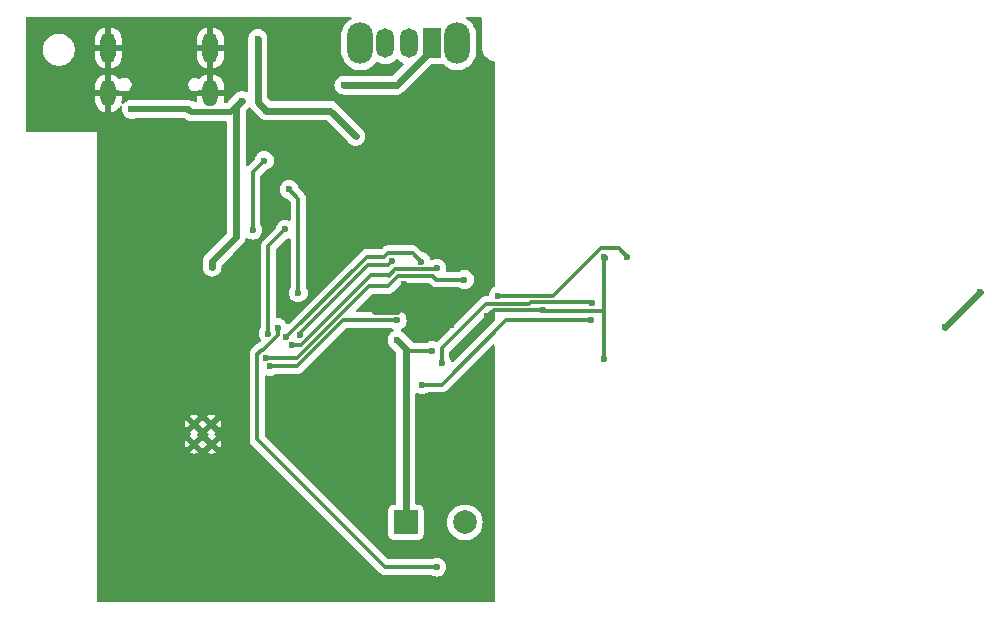
<source format=gbr>
%TF.GenerationSoftware,KiCad,Pcbnew,8.0.5*%
%TF.CreationDate,2024-11-26T11:55:41+00:00*%
%TF.ProjectId,NFC_ESP32,4e46435f-4553-4503-9332-2e6b69636164,rev?*%
%TF.SameCoordinates,Original*%
%TF.FileFunction,Copper,L2,Bot*%
%TF.FilePolarity,Positive*%
%FSLAX46Y46*%
G04 Gerber Fmt 4.6, Leading zero omitted, Abs format (unit mm)*
G04 Created by KiCad (PCBNEW 8.0.5) date 2024-11-26 11:55:41*
%MOMM*%
%LPD*%
G01*
G04 APERTURE LIST*
%TA.AperFunction,EtchedComponent*%
%ADD10C,0.600000*%
%TD*%
%TA.AperFunction,ComponentPad*%
%ADD11C,0.600000*%
%TD*%
%TA.AperFunction,ComponentPad*%
%ADD12O,1.300000X2.300000*%
%TD*%
%TA.AperFunction,ComponentPad*%
%ADD13O,1.300000X2.600000*%
%TD*%
%TA.AperFunction,HeatsinkPad*%
%ADD14C,0.600000*%
%TD*%
%TA.AperFunction,ComponentPad*%
%ADD15R,2.000000X2.000000*%
%TD*%
%TA.AperFunction,ComponentPad*%
%ADD16C,2.000000*%
%TD*%
%TA.AperFunction,ComponentPad*%
%ADD17O,2.200000X3.500000*%
%TD*%
%TA.AperFunction,ComponentPad*%
%ADD18R,1.500000X2.500000*%
%TD*%
%TA.AperFunction,ComponentPad*%
%ADD19O,1.500000X2.500000*%
%TD*%
%TA.AperFunction,HeatsinkPad*%
%ADD20C,0.500000*%
%TD*%
%TA.AperFunction,HeatsinkPad*%
%ADD21R,3.100000X3.100000*%
%TD*%
%TA.AperFunction,ViaPad*%
%ADD22C,0.600000*%
%TD*%
%TA.AperFunction,Conductor*%
%ADD23C,0.600000*%
%TD*%
%TA.AperFunction,Conductor*%
%ADD24C,0.500000*%
%TD*%
%TA.AperFunction,Conductor*%
%ADD25C,0.300000*%
%TD*%
G04 APERTURE END LIST*
D10*
%TO.C,ANT1*%
X178000000Y-56500000D02*
X181000000Y-53500000D01*
%TD*%
D11*
%TO.P,ANT1,1,L1*%
%TO.N,Net-(ANT1-L1)*%
X181000000Y-53500000D03*
X178000000Y-56500000D03*
%TO.P,ANT1,3,M*%
%TO.N,GND*%
X144000000Y-55000000D03*
%TD*%
D12*
%TO.P,J1,S1,SHIELD*%
%TO.N,GND*%
X115820000Y-36675000D03*
D13*
X115820000Y-32850000D03*
D12*
X107180000Y-36675000D03*
D13*
X107180000Y-32850000D03*
%TD*%
D14*
%TO.P,U1,39,GND*%
%TO.N,GND*%
X114450000Y-66400000D03*
X115930000Y-66400000D03*
X114450000Y-64700000D03*
X115920000Y-64700000D03*
%TD*%
D15*
%TO.P,LS1,1,1*%
%TO.N,+3.3V*%
X132379216Y-73010000D03*
D16*
%TO.P,LS1,2,2*%
%TO.N,Net-(Q5-C)*%
X137379216Y-73010000D03*
%TD*%
D17*
%TO.P,SW1,*%
%TO.N,*%
X136730000Y-32470000D03*
X128530000Y-32470000D03*
D18*
%TO.P,SW1,1,A*%
%TO.N,Net-(D2-K)*%
X134630000Y-32470000D03*
D19*
%TO.P,SW1,2,B*%
%TO.N,Net-(D3-A)*%
X132630000Y-32470000D03*
%TO.P,SW1,3*%
%TO.N,N/C*%
X130630000Y-32470000D03*
%TD*%
D20*
%TO.P,U5,33,PAD*%
%TO.N,GND*%
X134200000Y-54370000D03*
X134200000Y-55770000D03*
D21*
X134900000Y-55070000D03*
D20*
X135600000Y-54370000D03*
X135600000Y-55770000D03*
%TD*%
D22*
%TO.N,Net-(D2-K)*%
X127140000Y-35990000D03*
%TO.N,+5V*%
X109150000Y-38040000D03*
X114050000Y-38100000D03*
X115970000Y-51400000D03*
X118500000Y-37310000D03*
X118010000Y-48880000D03*
%TO.N,Net-(Q1-G)*%
X119415000Y-48280000D03*
X120400000Y-42380000D03*
%TO.N,Net-(Q1-D)*%
X123270000Y-53580000D03*
X122500000Y-44830000D03*
%TO.N,Net-(Q2-D)*%
X122177500Y-48217500D03*
X120740025Y-57030025D03*
%TO.N,Net-(J2-Pin_1)*%
X120580000Y-38150000D03*
X128150000Y-40330000D03*
X119850000Y-32050000D03*
%TO.N,GND*%
X128460000Y-68160000D03*
X127520000Y-71740000D03*
X114070000Y-58380000D03*
X114280000Y-69640000D03*
X125560000Y-51140000D03*
X107580000Y-57750000D03*
X125760000Y-41900000D03*
X123300000Y-78310000D03*
X117930000Y-60960000D03*
X107580000Y-70880000D03*
X106800000Y-38540000D03*
X115960000Y-53080000D03*
X130700000Y-39320000D03*
X130660000Y-41900000D03*
X149149972Y-50539978D03*
X133800000Y-65040000D03*
X131636514Y-55094819D03*
X128470000Y-59150000D03*
X139486495Y-62042756D03*
X139040000Y-35560000D03*
X136700000Y-46820000D03*
X132210000Y-52820000D03*
X111460000Y-35000000D03*
X103120000Y-38310000D03*
X137790000Y-45200000D03*
X138650000Y-66620000D03*
X134791250Y-62958668D03*
X129745371Y-55130143D03*
X122030000Y-34430000D03*
X129510000Y-47900000D03*
X139288286Y-55573796D03*
X149120000Y-59170000D03*
X110530000Y-76910000D03*
X123780000Y-64580000D03*
%TO.N,+3.3V*%
X134568277Y-58477785D03*
X131630000Y-57570000D03*
%TO.N,Net-(ANT1-L1)*%
X151112500Y-50530000D03*
X140208298Y-53840000D03*
%TO.N,Net-(C11-Pad1)*%
X135420000Y-59512985D03*
X148139571Y-54462080D03*
%TO.N,Net-(C12-Pad2)*%
X133746263Y-61356263D03*
X148070000Y-55910000D03*
%TO.N,Net-(D4-DIN)*%
X134990000Y-76810000D03*
X121550000Y-56530000D03*
%TO.N,/RST*%
X131641005Y-55914364D03*
X120868281Y-59810000D03*
%TO.N,/MISO*%
X131182558Y-50904651D03*
X123400000Y-57150000D03*
%TO.N,/CS*%
X120501058Y-59083416D03*
X137337500Y-52455000D03*
%TO.N,/MOSI*%
X122221169Y-57359904D03*
X133682500Y-50940000D03*
%TO.N,/SCK*%
X122748127Y-58026852D03*
X135000000Y-51490000D03*
%TD*%
D23*
%TO.N,Net-(D2-K)*%
X127140000Y-35990000D02*
X131610000Y-35990000D01*
X134630000Y-32970000D02*
X134630000Y-32470000D01*
X131610000Y-35990000D02*
X134630000Y-32970000D01*
D24*
%TO.N,+5V*%
X114225000Y-38275000D02*
X117535000Y-38275000D01*
X113990000Y-38040000D02*
X114050000Y-38100000D01*
X109150000Y-38040000D02*
X113990000Y-38040000D01*
X117535000Y-38275000D02*
X118500000Y-37310000D01*
D23*
X118010000Y-37800000D02*
X118500000Y-37310000D01*
D24*
X114050000Y-38100000D02*
X114225000Y-38275000D01*
D23*
X115970000Y-51400000D02*
X115970000Y-50920000D01*
X115970000Y-50920000D02*
X118010000Y-48880000D01*
X118010000Y-48880000D02*
X118010000Y-37800000D01*
D25*
%TO.N,Net-(Q1-G)*%
X119415000Y-48280000D02*
X119415000Y-43365000D01*
X119415000Y-43365000D02*
X120400000Y-42380000D01*
%TO.N,Net-(Q1-D)*%
X123270000Y-45600000D02*
X122500000Y-44830000D01*
X123270000Y-53580000D02*
X123270000Y-45600000D01*
%TO.N,Net-(Q2-D)*%
X120740025Y-49654975D02*
X120740025Y-57030025D01*
X122177500Y-48217500D02*
X120740025Y-49654975D01*
D23*
%TO.N,Net-(J2-Pin_1)*%
X125970000Y-38150000D02*
X128150000Y-40330000D01*
X120580000Y-38150000D02*
X125970000Y-38150000D01*
X119850000Y-37420000D02*
X120580000Y-38150000D01*
X119850000Y-32050000D02*
X119850000Y-37420000D01*
D25*
X128130000Y-40350000D02*
X128150000Y-40330000D01*
D23*
%TO.N,GND*%
X129782030Y-55094819D02*
X129749394Y-55127455D01*
D25*
X144000000Y-55000000D02*
X144114842Y-55114842D01*
X139812082Y-55050000D02*
X139288286Y-55573796D01*
X144000000Y-55000000D02*
X143950000Y-55050000D01*
D23*
X131636514Y-55094819D02*
X129782030Y-55094819D01*
D25*
X144114842Y-55114842D02*
X149005158Y-55114842D01*
D23*
X149120000Y-50569950D02*
X149149972Y-50539978D01*
D25*
X143950000Y-55050000D02*
X139812082Y-55050000D01*
X149120000Y-55000000D02*
X149120000Y-59170000D01*
X149120000Y-55000000D02*
X149120000Y-50630006D01*
D23*
X149120000Y-50630006D02*
X149120000Y-50569950D01*
D25*
X149005158Y-55114842D02*
X149120000Y-55000000D01*
%TO.N,+3.3V*%
X132537785Y-58477785D02*
X131630000Y-57570000D01*
D23*
X132379216Y-58319216D02*
X131630000Y-57570000D01*
D25*
X134568277Y-58477785D02*
X132537785Y-58477785D01*
D23*
X132379216Y-73010000D02*
X132379216Y-58319216D01*
D25*
%TO.N,Net-(ANT1-L1)*%
X148890000Y-49810000D02*
X144860000Y-53840000D01*
X144860000Y-53840000D02*
X140208298Y-53840000D01*
X150392500Y-49810000D02*
X148890000Y-49810000D01*
X151112500Y-50530000D02*
X150392500Y-49810000D01*
%TO.N,Net-(C11-Pad1)*%
X142949950Y-54340000D02*
X142779950Y-54510000D01*
X139150000Y-54510000D02*
X135420000Y-58240000D01*
X148139571Y-54462080D02*
X148017491Y-54340000D01*
X142779950Y-54510000D02*
X139150000Y-54510000D01*
X148017491Y-54340000D02*
X142949950Y-54340000D01*
X135420000Y-58240000D02*
X135420000Y-59512985D01*
%TO.N,Net-(C12-Pad2)*%
X135403737Y-61356263D02*
X133746263Y-61356263D01*
X148070000Y-55910000D02*
X140850000Y-55910000D01*
X140850000Y-55910000D02*
X135403737Y-61356263D01*
%TO.N,Net-(D4-DIN)*%
X120211108Y-58383416D02*
X120306584Y-58383416D01*
X134990000Y-76810000D02*
X130640000Y-76810000D01*
X130640000Y-76810000D02*
X119801058Y-65971058D01*
X119801058Y-65971058D02*
X119801058Y-58793466D01*
X121550000Y-57140000D02*
X121550000Y-56530000D01*
X120306584Y-58383416D02*
X121550000Y-57140000D01*
X119801058Y-58793466D02*
X120211108Y-58383416D01*
%TO.N,/RST*%
X123160000Y-59810000D02*
X120868281Y-59810000D01*
X127085636Y-55884364D02*
X123160000Y-59810000D01*
X131611005Y-55884364D02*
X131641005Y-55914364D01*
X127085636Y-55884364D02*
X131611005Y-55884364D01*
%TO.N,/MISO*%
X123400000Y-56970000D02*
X129170000Y-51200000D01*
X130887209Y-51200000D02*
X131182558Y-50904651D01*
X123400000Y-57150000D02*
X123400000Y-56970000D01*
X129170000Y-51200000D02*
X130887209Y-51200000D01*
%TO.N,/CS*%
X137337500Y-52455000D02*
X134975050Y-52455000D01*
X129247106Y-53000000D02*
X123163690Y-59083416D01*
X131750000Y-52130000D02*
X130850000Y-53030000D01*
X130820000Y-53000000D02*
X130850000Y-53030000D01*
X134975050Y-52455000D02*
X134650050Y-52130000D01*
X123163690Y-59083416D02*
X120501058Y-59083416D01*
X129247106Y-53000000D02*
X130820000Y-53000000D01*
X134650050Y-52130000D02*
X131750000Y-52130000D01*
%TO.N,/MOSI*%
X130517259Y-50520000D02*
X130547259Y-50550000D01*
X130892608Y-50204651D02*
X132947151Y-50204651D01*
X129061073Y-50520000D02*
X130517259Y-50520000D01*
X132947151Y-50204651D02*
X133682500Y-50940000D01*
X122221169Y-57359904D02*
X129061073Y-50520000D01*
X130547259Y-50550000D02*
X130892608Y-50204651D01*
%TO.N,/SCK*%
X134900000Y-51590000D02*
X135000000Y-51490000D01*
X130920100Y-52130000D02*
X131460100Y-51590000D01*
X131460100Y-51590000D02*
X134900000Y-51590000D01*
X123513148Y-58026852D02*
X129440000Y-52100000D01*
X122748127Y-58026852D02*
X123513148Y-58026852D01*
X129440000Y-52100000D02*
X130890100Y-52100000D01*
X130890100Y-52100000D02*
X130920100Y-52130000D01*
%TD*%
%TA.AperFunction,Conductor*%
%TO.N,GND*%
G36*
X127733586Y-30220185D02*
G01*
X127779341Y-30272989D01*
X127789285Y-30342147D01*
X127760260Y-30405703D01*
X127722841Y-30434985D01*
X127691153Y-30451130D01*
X127487350Y-30599201D01*
X127487345Y-30599205D01*
X127309205Y-30777345D01*
X127309201Y-30777350D01*
X127161132Y-30981151D01*
X127046760Y-31205616D01*
X126968910Y-31445214D01*
X126929500Y-31694038D01*
X126929500Y-33245961D01*
X126968910Y-33494785D01*
X127046760Y-33734383D01*
X127125413Y-33888747D01*
X127152265Y-33941447D01*
X127161132Y-33958848D01*
X127309201Y-34162649D01*
X127309205Y-34162654D01*
X127487345Y-34340794D01*
X127487350Y-34340798D01*
X127665117Y-34469952D01*
X127691155Y-34488870D01*
X127834184Y-34561747D01*
X127915616Y-34603239D01*
X127915618Y-34603239D01*
X127915621Y-34603241D01*
X128155215Y-34681090D01*
X128404038Y-34720500D01*
X128404039Y-34720500D01*
X128655961Y-34720500D01*
X128655962Y-34720500D01*
X128904785Y-34681090D01*
X129144379Y-34603241D01*
X129368845Y-34488870D01*
X129572656Y-34340793D01*
X129750793Y-34162656D01*
X129756321Y-34155048D01*
X129785259Y-34115217D01*
X129814298Y-34075247D01*
X129869628Y-34032581D01*
X129939241Y-34026602D01*
X129970912Y-34037647D01*
X129974593Y-34039522D01*
X129974595Y-34039524D01*
X130044708Y-34075248D01*
X130149970Y-34128882D01*
X130149972Y-34128882D01*
X130149975Y-34128884D01*
X130230499Y-34155048D01*
X130337173Y-34189709D01*
X130531578Y-34220500D01*
X130531583Y-34220500D01*
X130728422Y-34220500D01*
X130922826Y-34189709D01*
X131004436Y-34163192D01*
X131110025Y-34128884D01*
X131285405Y-34039524D01*
X131444646Y-33923828D01*
X131542319Y-33826155D01*
X131603642Y-33792670D01*
X131673334Y-33797654D01*
X131717681Y-33826155D01*
X131815354Y-33923828D01*
X131974595Y-34039524D01*
X132044708Y-34075248D01*
X132123151Y-34115217D01*
X132173947Y-34163192D01*
X132190742Y-34231013D01*
X132168205Y-34297147D01*
X132154537Y-34313383D01*
X131314741Y-35153181D01*
X131253418Y-35186666D01*
X131227060Y-35189500D01*
X127191915Y-35189500D01*
X127178031Y-35188720D01*
X127140002Y-35184435D01*
X127139998Y-35184435D01*
X127101969Y-35188720D01*
X127088085Y-35189500D01*
X127061152Y-35189500D01*
X127021994Y-35197288D01*
X127011696Y-35198890D01*
X126960742Y-35204632D01*
X126960735Y-35204634D01*
X126936898Y-35212975D01*
X126920140Y-35217550D01*
X126906502Y-35220263D01*
X126906496Y-35220264D01*
X126857631Y-35240504D01*
X126851140Y-35242982D01*
X126790477Y-35264210D01*
X126790474Y-35264212D01*
X126780127Y-35270713D01*
X126761639Y-35280266D01*
X126760832Y-35280600D01*
X126760824Y-35280604D01*
X126706047Y-35317204D01*
X126703132Y-35319092D01*
X126637742Y-35360180D01*
X126637735Y-35360186D01*
X126510186Y-35487735D01*
X126510180Y-35487742D01*
X126469092Y-35553132D01*
X126467204Y-35556047D01*
X126430604Y-35610824D01*
X126430600Y-35610832D01*
X126430266Y-35611639D01*
X126420713Y-35630127D01*
X126414212Y-35640474D01*
X126414210Y-35640477D01*
X126392982Y-35701140D01*
X126390504Y-35707631D01*
X126370264Y-35756496D01*
X126370263Y-35756502D01*
X126367550Y-35770140D01*
X126362975Y-35786898D01*
X126354634Y-35810735D01*
X126354632Y-35810742D01*
X126348890Y-35861696D01*
X126347288Y-35871994D01*
X126339500Y-35911152D01*
X126339500Y-35938085D01*
X126338720Y-35951969D01*
X126334435Y-35989998D01*
X126334435Y-35990001D01*
X126338720Y-36028029D01*
X126339500Y-36041914D01*
X126339500Y-36068844D01*
X126347288Y-36108003D01*
X126348890Y-36118303D01*
X126353869Y-36162488D01*
X126354632Y-36169252D01*
X126354633Y-36169260D01*
X126362976Y-36193104D01*
X126367550Y-36209860D01*
X126370262Y-36223496D01*
X126390509Y-36272377D01*
X126392988Y-36278872D01*
X126414212Y-36339524D01*
X126420709Y-36349865D01*
X126430268Y-36368365D01*
X126430603Y-36369173D01*
X126430605Y-36369179D01*
X126467223Y-36423982D01*
X126469114Y-36426900D01*
X126510180Y-36492257D01*
X126510182Y-36492260D01*
X126510184Y-36492262D01*
X126637738Y-36619816D01*
X126668416Y-36639092D01*
X126703131Y-36660905D01*
X126706040Y-36662790D01*
X126760821Y-36699394D01*
X126761606Y-36699719D01*
X126780134Y-36709289D01*
X126790478Y-36715789D01*
X126851175Y-36737028D01*
X126857607Y-36739484D01*
X126886021Y-36751253D01*
X126906497Y-36759735D01*
X126906498Y-36759735D01*
X126906503Y-36759737D01*
X126920139Y-36762449D01*
X126936898Y-36767023D01*
X126960745Y-36775368D01*
X127011714Y-36781110D01*
X127021992Y-36782709D01*
X127049140Y-36788109D01*
X127061157Y-36790500D01*
X127061158Y-36790500D01*
X127088085Y-36790500D01*
X127101969Y-36791280D01*
X127139998Y-36795565D01*
X127140000Y-36795565D01*
X127140002Y-36795565D01*
X127178031Y-36791280D01*
X127191915Y-36790500D01*
X131688844Y-36790500D01*
X131688845Y-36790499D01*
X131843497Y-36759737D01*
X131989179Y-36699394D01*
X132120289Y-36611789D01*
X134475259Y-34256817D01*
X134536582Y-34223333D01*
X134562940Y-34220499D01*
X135427871Y-34220499D01*
X135427872Y-34220499D01*
X135487483Y-34214091D01*
X135487486Y-34214089D01*
X135494554Y-34213330D01*
X135563314Y-34225736D01*
X135595490Y-34248939D01*
X135687345Y-34340794D01*
X135687350Y-34340798D01*
X135865117Y-34469952D01*
X135891155Y-34488870D01*
X136034184Y-34561747D01*
X136115616Y-34603239D01*
X136115618Y-34603239D01*
X136115621Y-34603241D01*
X136355215Y-34681090D01*
X136604038Y-34720500D01*
X136604039Y-34720500D01*
X136855961Y-34720500D01*
X136855962Y-34720500D01*
X137104785Y-34681090D01*
X137344379Y-34603241D01*
X137568845Y-34488870D01*
X137772656Y-34340793D01*
X137950793Y-34162656D01*
X138098870Y-33958845D01*
X138213241Y-33734379D01*
X138291090Y-33494785D01*
X138330500Y-33245962D01*
X138330500Y-31694038D01*
X138291090Y-31445215D01*
X138213241Y-31205621D01*
X138213239Y-31205618D01*
X138213239Y-31205616D01*
X138146819Y-31075260D01*
X138098870Y-30981155D01*
X138050986Y-30915248D01*
X137950798Y-30777350D01*
X137950794Y-30777345D01*
X137772654Y-30599205D01*
X137772649Y-30599201D01*
X137568846Y-30451130D01*
X137537159Y-30434985D01*
X137486362Y-30387011D01*
X137469567Y-30319190D01*
X137492104Y-30253055D01*
X137546819Y-30209603D01*
X137593453Y-30200500D01*
X138675500Y-30200500D01*
X138742539Y-30220185D01*
X138788294Y-30272989D01*
X138799500Y-30324500D01*
X138799500Y-32855032D01*
X138835975Y-33061898D01*
X138893496Y-33219934D01*
X138907821Y-33259291D01*
X139012851Y-33441209D01*
X139147876Y-33602124D01*
X139308791Y-33737149D01*
X139490709Y-33842179D01*
X139688101Y-33914024D01*
X139807532Y-33935082D01*
X139870134Y-33966108D01*
X139906025Y-34026055D01*
X139910000Y-34057198D01*
X139910000Y-53013492D01*
X139890315Y-53080531D01*
X139851972Y-53118486D01*
X139706035Y-53210184D01*
X139578482Y-53337737D01*
X139482509Y-53490476D01*
X139422929Y-53660745D01*
X139422928Y-53660749D01*
X139412942Y-53749384D01*
X139385875Y-53813798D01*
X139328280Y-53853353D01*
X139289722Y-53859500D01*
X139085929Y-53859500D01*
X138960261Y-53884497D01*
X138960255Y-53884499D01*
X138913010Y-53904069D01*
X138913009Y-53904069D01*
X138841881Y-53933530D01*
X138841863Y-53933540D01*
X138735332Y-54004721D01*
X138735325Y-54004727D01*
X136445205Y-56294847D01*
X136383882Y-56328332D01*
X136314190Y-56323348D01*
X136258257Y-56281476D01*
X136233840Y-56216012D01*
X136248692Y-56147739D01*
X136252531Y-56141193D01*
X136280003Y-56097472D01*
X136335822Y-55937949D01*
X136335824Y-55937941D01*
X136354746Y-55770003D01*
X136354746Y-55769996D01*
X136335824Y-55602056D01*
X136280266Y-55443285D01*
X135600000Y-56123553D01*
X135273285Y-56450266D01*
X135432056Y-56505824D01*
X135599996Y-56524746D01*
X135600004Y-56524746D01*
X135767941Y-56505824D01*
X135767949Y-56505822D01*
X135927472Y-56450003D01*
X135971193Y-56422531D01*
X136038429Y-56403530D01*
X136105265Y-56423897D01*
X136150479Y-56477164D01*
X136159718Y-56546420D01*
X136130047Y-56609677D01*
X136124847Y-56615205D01*
X135024939Y-57715113D01*
X134963616Y-57748598D01*
X134896304Y-57744474D01*
X134747534Y-57692417D01*
X134747526Y-57692415D01*
X134568281Y-57672220D01*
X134568273Y-57672220D01*
X134389027Y-57692415D01*
X134389014Y-57692418D01*
X134218758Y-57751994D01*
X134218754Y-57751995D01*
X134129181Y-57808279D01*
X134063209Y-57827285D01*
X133070725Y-57827285D01*
X133003686Y-57807600D01*
X132983044Y-57790966D01*
X132132260Y-56940182D01*
X132132257Y-56940180D01*
X132066900Y-56899114D01*
X132063982Y-56897223D01*
X132009179Y-56860605D01*
X132009173Y-56860603D01*
X132008365Y-56860268D01*
X131989953Y-56850765D01*
X131989835Y-56850691D01*
X131943498Y-56798397D01*
X131932789Y-56729353D01*
X131961108Y-56665479D01*
X131989743Y-56640645D01*
X131990524Y-56640153D01*
X131990527Y-56640153D01*
X132143267Y-56544180D01*
X132237181Y-56450266D01*
X133873285Y-56450266D01*
X134032056Y-56505824D01*
X134199996Y-56524746D01*
X134200004Y-56524746D01*
X134367943Y-56505824D01*
X134526713Y-56450267D01*
X134526714Y-56450266D01*
X134200001Y-56123553D01*
X134200000Y-56123553D01*
X133873285Y-56450266D01*
X132237181Y-56450266D01*
X132270821Y-56416626D01*
X132366794Y-56263886D01*
X132426373Y-56093619D01*
X132443913Y-55937949D01*
X132446570Y-55914367D01*
X132446570Y-55914360D01*
X132430304Y-55769996D01*
X133445254Y-55769996D01*
X133445254Y-55770003D01*
X133464175Y-55937938D01*
X133464176Y-55937943D01*
X133519732Y-56096714D01*
X133846447Y-55770000D01*
X133816610Y-55740163D01*
X134050000Y-55740163D01*
X134050000Y-55799837D01*
X134072836Y-55854968D01*
X134115032Y-55897164D01*
X134170163Y-55920000D01*
X134229837Y-55920000D01*
X134284968Y-55897164D01*
X134327164Y-55854968D01*
X134350000Y-55799837D01*
X134350000Y-55769999D01*
X134553553Y-55769999D01*
X134553553Y-55770001D01*
X134882060Y-56098508D01*
X134917938Y-56098508D01*
X135246447Y-55770000D01*
X135246447Y-55769999D01*
X135216611Y-55740163D01*
X135450000Y-55740163D01*
X135450000Y-55799837D01*
X135472836Y-55854968D01*
X135515032Y-55897164D01*
X135570163Y-55920000D01*
X135629837Y-55920000D01*
X135684968Y-55897164D01*
X135727164Y-55854968D01*
X135750000Y-55799837D01*
X135750000Y-55740163D01*
X135727164Y-55685032D01*
X135684968Y-55642836D01*
X135629837Y-55620000D01*
X135570163Y-55620000D01*
X135515032Y-55642836D01*
X135472836Y-55685032D01*
X135450000Y-55740163D01*
X135216611Y-55740163D01*
X134917938Y-55441490D01*
X134882060Y-55441490D01*
X134553553Y-55769999D01*
X134350000Y-55769999D01*
X134350000Y-55740163D01*
X134327164Y-55685032D01*
X134284968Y-55642836D01*
X134229837Y-55620000D01*
X134170163Y-55620000D01*
X134115032Y-55642836D01*
X134072836Y-55685032D01*
X134050000Y-55740163D01*
X133816610Y-55740163D01*
X133519732Y-55443285D01*
X133464176Y-55602053D01*
X133464175Y-55602058D01*
X133445254Y-55769996D01*
X132430304Y-55769996D01*
X132426374Y-55735114D01*
X132426373Y-55735109D01*
X132394085Y-55642836D01*
X132366794Y-55564842D01*
X132270821Y-55412102D01*
X132143267Y-55284548D01*
X132062604Y-55233864D01*
X131990528Y-55188575D01*
X131820259Y-55128995D01*
X131820254Y-55128994D01*
X131641009Y-55108799D01*
X131641001Y-55108799D01*
X131461755Y-55128994D01*
X131461750Y-55128995D01*
X131291480Y-55188575D01*
X131249655Y-55214857D01*
X131183682Y-55233864D01*
X128232550Y-55233864D01*
X128165511Y-55214179D01*
X128119756Y-55161375D01*
X128109812Y-55092217D01*
X128128151Y-55052060D01*
X133871490Y-55052060D01*
X133871490Y-55087938D01*
X134200000Y-55416447D01*
X134200001Y-55416447D01*
X134528508Y-55087938D01*
X134528508Y-55052060D01*
X135271490Y-55052060D01*
X135271490Y-55087938D01*
X135600000Y-55416447D01*
X135600001Y-55416447D01*
X135928508Y-55087938D01*
X135928508Y-55052060D01*
X135600001Y-54723553D01*
X135600000Y-54723553D01*
X135271490Y-55052060D01*
X134528508Y-55052060D01*
X134200001Y-54723553D01*
X134200000Y-54723553D01*
X133871490Y-55052060D01*
X128128151Y-55052060D01*
X128138837Y-55028661D01*
X128144869Y-55022183D01*
X128797056Y-54369996D01*
X133445254Y-54369996D01*
X133445254Y-54370003D01*
X133464175Y-54537938D01*
X133464176Y-54537943D01*
X133519732Y-54696714D01*
X133846447Y-54370000D01*
X133816610Y-54340163D01*
X134050000Y-54340163D01*
X134050000Y-54399837D01*
X134072836Y-54454968D01*
X134115032Y-54497164D01*
X134170163Y-54520000D01*
X134229837Y-54520000D01*
X134284968Y-54497164D01*
X134327164Y-54454968D01*
X134350000Y-54399837D01*
X134350000Y-54369999D01*
X134553553Y-54369999D01*
X134553553Y-54370001D01*
X134882060Y-54698508D01*
X134917938Y-54698508D01*
X135246447Y-54370000D01*
X135246447Y-54369999D01*
X135216611Y-54340163D01*
X135450000Y-54340163D01*
X135450000Y-54399837D01*
X135472836Y-54454968D01*
X135515032Y-54497164D01*
X135570163Y-54520000D01*
X135629837Y-54520000D01*
X135684968Y-54497164D01*
X135727164Y-54454968D01*
X135750000Y-54399837D01*
X135750000Y-54369999D01*
X135953553Y-54369999D01*
X135953553Y-54370001D01*
X136280266Y-54696714D01*
X136280267Y-54696713D01*
X136335824Y-54537943D01*
X136354746Y-54370003D01*
X136354746Y-54369996D01*
X136335824Y-54202056D01*
X136280266Y-54043285D01*
X135953553Y-54369999D01*
X135750000Y-54369999D01*
X135750000Y-54340163D01*
X135727164Y-54285032D01*
X135684968Y-54242836D01*
X135629837Y-54220000D01*
X135570163Y-54220000D01*
X135515032Y-54242836D01*
X135472836Y-54285032D01*
X135450000Y-54340163D01*
X135216611Y-54340163D01*
X134917938Y-54041490D01*
X134882060Y-54041490D01*
X134553553Y-54369999D01*
X134350000Y-54369999D01*
X134350000Y-54340163D01*
X134327164Y-54285032D01*
X134284968Y-54242836D01*
X134229837Y-54220000D01*
X134170163Y-54220000D01*
X134115032Y-54242836D01*
X134072836Y-54285032D01*
X134050000Y-54340163D01*
X133816610Y-54340163D01*
X133519732Y-54043285D01*
X133464176Y-54202053D01*
X133464175Y-54202058D01*
X133445254Y-54369996D01*
X128797056Y-54369996D01*
X129477320Y-53689732D01*
X133873285Y-53689732D01*
X134200000Y-54016447D01*
X134200001Y-54016447D01*
X134526714Y-53689732D01*
X135273285Y-53689732D01*
X135600000Y-54016447D01*
X135600001Y-54016447D01*
X135926714Y-53689732D01*
X135767943Y-53634176D01*
X135767938Y-53634175D01*
X135600004Y-53615254D01*
X135599996Y-53615254D01*
X135432058Y-53634175D01*
X135432053Y-53634176D01*
X135273285Y-53689732D01*
X134526714Y-53689732D01*
X134367943Y-53634176D01*
X134367938Y-53634175D01*
X134200004Y-53615254D01*
X134199996Y-53615254D01*
X134032058Y-53634175D01*
X134032053Y-53634176D01*
X133873285Y-53689732D01*
X129477320Y-53689732D01*
X129480233Y-53686819D01*
X129541556Y-53653334D01*
X129567914Y-53650500D01*
X130625376Y-53650500D01*
X130654189Y-53654774D01*
X130654281Y-53654313D01*
X130785926Y-53680498D01*
X130785930Y-53680499D01*
X130785931Y-53680499D01*
X130914070Y-53680499D01*
X130914071Y-53680498D01*
X131039744Y-53655501D01*
X131158127Y-53606465D01*
X131264669Y-53535277D01*
X131983126Y-52816818D01*
X132044449Y-52783334D01*
X132070807Y-52780500D01*
X134329242Y-52780500D01*
X134396281Y-52800185D01*
X134416918Y-52816814D01*
X134557366Y-52957262D01*
X134560379Y-52960275D01*
X134611277Y-52994284D01*
X134666916Y-53031461D01*
X134666922Y-53031464D01*
X134666923Y-53031465D01*
X134785306Y-53080501D01*
X134785310Y-53080501D01*
X134785311Y-53080502D01*
X134910978Y-53105500D01*
X134910981Y-53105500D01*
X136832432Y-53105500D01*
X136898404Y-53124506D01*
X136987977Y-53180789D01*
X136987981Y-53180790D01*
X137158237Y-53240366D01*
X137158243Y-53240367D01*
X137158245Y-53240368D01*
X137158246Y-53240368D01*
X137158250Y-53240369D01*
X137337496Y-53260565D01*
X137337500Y-53260565D01*
X137337504Y-53260565D01*
X137516749Y-53240369D01*
X137516752Y-53240368D01*
X137516755Y-53240368D01*
X137687022Y-53180789D01*
X137839762Y-53084816D01*
X137967316Y-52957262D01*
X138063289Y-52804522D01*
X138122868Y-52634255D01*
X138143065Y-52455000D01*
X138122868Y-52275745D01*
X138063289Y-52105478D01*
X138041551Y-52070883D01*
X137967315Y-51952737D01*
X137839762Y-51825184D01*
X137687023Y-51729211D01*
X137516754Y-51669631D01*
X137516749Y-51669630D01*
X137337504Y-51649435D01*
X137337496Y-51649435D01*
X137158250Y-51669630D01*
X137158237Y-51669633D01*
X136987981Y-51729209D01*
X136987977Y-51729210D01*
X136898404Y-51785494D01*
X136832432Y-51804500D01*
X135908886Y-51804500D01*
X135841847Y-51784815D01*
X135796092Y-51732011D01*
X135785666Y-51666617D01*
X135805565Y-51490003D01*
X135805565Y-51489996D01*
X135785369Y-51310750D01*
X135785368Y-51310745D01*
X135782637Y-51302940D01*
X135725789Y-51140478D01*
X135629816Y-50987738D01*
X135502262Y-50860184D01*
X135494252Y-50855151D01*
X135349523Y-50764211D01*
X135179254Y-50704631D01*
X135179249Y-50704630D01*
X135000004Y-50684435D01*
X134999996Y-50684435D01*
X134820750Y-50704630D01*
X134820745Y-50704631D01*
X134650473Y-50764212D01*
X134633430Y-50774921D01*
X134566193Y-50793920D01*
X134499358Y-50773551D01*
X134454146Y-50720282D01*
X134450419Y-50710880D01*
X134448232Y-50704631D01*
X134408289Y-50590478D01*
X134312316Y-50437738D01*
X134184762Y-50310184D01*
X134165707Y-50298211D01*
X134032021Y-50214210D01*
X133861755Y-50154632D01*
X133861746Y-50154630D01*
X133854512Y-50153815D01*
X133790100Y-50126744D01*
X133780723Y-50118277D01*
X133361825Y-49699378D01*
X133361824Y-49699377D01*
X133361820Y-49699374D01*
X133255278Y-49628186D01*
X133165276Y-49590906D01*
X133136895Y-49579150D01*
X133136889Y-49579148D01*
X133011222Y-49554151D01*
X133011220Y-49554151D01*
X130828539Y-49554151D01*
X130828537Y-49554151D01*
X130702869Y-49579148D01*
X130702863Y-49579150D01*
X130584478Y-49628186D01*
X130477939Y-49699373D01*
X130477938Y-49699374D01*
X130411035Y-49766277D01*
X130344130Y-49833182D01*
X130282810Y-49866666D01*
X130256451Y-49869500D01*
X128997002Y-49869500D01*
X128871334Y-49894497D01*
X128871328Y-49894499D01*
X128752947Y-49943534D01*
X128646399Y-50014726D01*
X122464788Y-56196337D01*
X122403465Y-56229822D01*
X122333773Y-56224838D01*
X122277840Y-56182966D01*
X122272113Y-56174628D01*
X122179816Y-56027738D01*
X122052262Y-55900184D01*
X122018056Y-55878691D01*
X121899523Y-55804211D01*
X121729254Y-55744631D01*
X121729249Y-55744630D01*
X121550004Y-55724435D01*
X121550003Y-55724435D01*
X121550001Y-55724435D01*
X121550000Y-55724435D01*
X121528406Y-55726868D01*
X121459585Y-55714812D01*
X121408206Y-55667462D01*
X121390525Y-55603647D01*
X121390525Y-49975782D01*
X121410210Y-49908743D01*
X121426840Y-49888105D01*
X122275724Y-49039220D01*
X122337045Y-49005737D01*
X122349519Y-49003683D01*
X122356755Y-49002868D01*
X122356762Y-49002866D01*
X122454545Y-48968650D01*
X122524323Y-48965087D01*
X122584951Y-48999816D01*
X122617179Y-49061809D01*
X122619500Y-49085691D01*
X122619500Y-53074931D01*
X122600494Y-53140903D01*
X122544211Y-53230477D01*
X122544209Y-53230481D01*
X122484633Y-53400737D01*
X122484630Y-53400750D01*
X122464435Y-53579996D01*
X122464435Y-53580003D01*
X122484630Y-53759249D01*
X122484631Y-53759254D01*
X122544211Y-53929523D01*
X122607185Y-54029744D01*
X122640184Y-54082262D01*
X122767738Y-54209816D01*
X122920478Y-54305789D01*
X123090745Y-54365368D01*
X123090750Y-54365369D01*
X123269996Y-54385565D01*
X123270000Y-54385565D01*
X123270004Y-54385565D01*
X123449249Y-54365369D01*
X123449252Y-54365368D01*
X123449255Y-54365368D01*
X123619522Y-54305789D01*
X123772262Y-54209816D01*
X123899816Y-54082262D01*
X123995789Y-53929522D01*
X124055368Y-53759255D01*
X124055369Y-53759249D01*
X124075565Y-53580003D01*
X124075565Y-53579996D01*
X124055369Y-53400750D01*
X124055366Y-53400737D01*
X123995790Y-53230481D01*
X123995789Y-53230478D01*
X123964568Y-53180790D01*
X123939506Y-53140903D01*
X123920500Y-53074931D01*
X123920500Y-45535928D01*
X123895502Y-45410261D01*
X123895501Y-45410260D01*
X123895501Y-45410256D01*
X123846465Y-45291873D01*
X123828196Y-45264531D01*
X123828195Y-45264529D01*
X123775277Y-45185331D01*
X123775271Y-45185324D01*
X123321722Y-44731776D01*
X123288237Y-44670453D01*
X123286182Y-44657973D01*
X123285368Y-44650745D01*
X123225789Y-44480478D01*
X123129816Y-44327738D01*
X123002262Y-44200184D01*
X122849523Y-44104211D01*
X122679254Y-44044631D01*
X122679249Y-44044630D01*
X122500004Y-44024435D01*
X122499996Y-44024435D01*
X122320750Y-44044630D01*
X122320745Y-44044631D01*
X122150476Y-44104211D01*
X121997737Y-44200184D01*
X121870184Y-44327737D01*
X121774211Y-44480476D01*
X121714631Y-44650745D01*
X121714630Y-44650750D01*
X121694435Y-44829996D01*
X121694435Y-44830003D01*
X121714630Y-45009249D01*
X121714631Y-45009254D01*
X121774211Y-45179523D01*
X121844801Y-45291865D01*
X121870184Y-45332262D01*
X121997738Y-45459816D01*
X122150478Y-45555789D01*
X122320745Y-45615368D01*
X122327974Y-45616182D01*
X122392388Y-45643246D01*
X122401776Y-45651722D01*
X122583181Y-45833127D01*
X122616666Y-45894450D01*
X122619500Y-45920808D01*
X122619500Y-47349308D01*
X122599815Y-47416347D01*
X122547011Y-47462102D01*
X122477853Y-47472046D01*
X122454546Y-47466350D01*
X122356757Y-47432132D01*
X122356749Y-47432130D01*
X122177504Y-47411935D01*
X122177496Y-47411935D01*
X121998250Y-47432130D01*
X121998245Y-47432131D01*
X121827976Y-47491711D01*
X121675237Y-47587684D01*
X121547684Y-47715237D01*
X121451710Y-47867978D01*
X121392132Y-48038244D01*
X121392130Y-48038252D01*
X121391315Y-48045488D01*
X121364243Y-48109900D01*
X121355777Y-48119275D01*
X120234749Y-49240304D01*
X120222138Y-49259179D01*
X120163559Y-49346849D01*
X120114524Y-49465230D01*
X120114522Y-49465236D01*
X120089525Y-49590903D01*
X120089525Y-56524956D01*
X120070519Y-56590928D01*
X120014236Y-56680502D01*
X120014234Y-56680506D01*
X119954658Y-56850762D01*
X119954655Y-56850775D01*
X119934460Y-57030021D01*
X119934460Y-57030028D01*
X119954655Y-57209274D01*
X119954656Y-57209279D01*
X120014236Y-57379548D01*
X120106819Y-57526892D01*
X120125819Y-57594129D01*
X120105451Y-57660964D01*
X120089506Y-57680545D01*
X120023054Y-57746997D01*
X119982827Y-57773877D01*
X119902977Y-57806952D01*
X119796439Y-57878138D01*
X119796432Y-57878144D01*
X119295785Y-58378791D01*
X119295779Y-58378798D01*
X119234360Y-58470718D01*
X119234361Y-58470719D01*
X119224593Y-58485337D01*
X119175557Y-58603721D01*
X119175555Y-58603727D01*
X119150558Y-58729394D01*
X119150558Y-58729397D01*
X119150558Y-66035127D01*
X119150558Y-66035129D01*
X119150557Y-66035129D01*
X119175555Y-66160796D01*
X119175557Y-66160802D01*
X119224592Y-66279183D01*
X119295784Y-66385731D01*
X130225326Y-77315273D01*
X130225329Y-77315275D01*
X130225331Y-77315277D01*
X130331873Y-77386465D01*
X130450256Y-77435501D01*
X130450260Y-77435501D01*
X130450261Y-77435502D01*
X130575928Y-77460500D01*
X130575931Y-77460500D01*
X130704069Y-77460500D01*
X134484932Y-77460500D01*
X134550904Y-77479506D01*
X134640477Y-77535789D01*
X134640481Y-77535790D01*
X134810737Y-77595366D01*
X134810743Y-77595367D01*
X134810745Y-77595368D01*
X134810746Y-77595368D01*
X134810750Y-77595369D01*
X134989996Y-77615565D01*
X134990000Y-77615565D01*
X134990004Y-77615565D01*
X135169249Y-77595369D01*
X135169252Y-77595368D01*
X135169255Y-77595368D01*
X135339522Y-77535789D01*
X135492262Y-77439816D01*
X135619816Y-77312262D01*
X135715789Y-77159522D01*
X135775368Y-76989255D01*
X135795565Y-76810000D01*
X135775368Y-76630745D01*
X135715789Y-76460478D01*
X135619816Y-76307738D01*
X135492262Y-76180184D01*
X135429096Y-76140494D01*
X135339523Y-76084211D01*
X135169254Y-76024631D01*
X135169249Y-76024630D01*
X134990004Y-76004435D01*
X134989996Y-76004435D01*
X134810750Y-76024630D01*
X134810737Y-76024633D01*
X134640481Y-76084209D01*
X134640477Y-76084210D01*
X134550904Y-76140494D01*
X134484932Y-76159500D01*
X130960808Y-76159500D01*
X130893769Y-76139815D01*
X130873127Y-76123181D01*
X120487877Y-65737931D01*
X120454392Y-65676608D01*
X120451558Y-65650250D01*
X120451558Y-60687036D01*
X120471243Y-60619997D01*
X120524047Y-60574242D01*
X120593205Y-60564298D01*
X120616513Y-60569995D01*
X120689018Y-60595366D01*
X120689024Y-60595367D01*
X120689026Y-60595368D01*
X120689027Y-60595368D01*
X120689031Y-60595369D01*
X120868277Y-60615565D01*
X120868281Y-60615565D01*
X120868285Y-60615565D01*
X121047530Y-60595369D01*
X121047532Y-60595368D01*
X121047536Y-60595368D01*
X121047539Y-60595366D01*
X121047543Y-60595366D01*
X121137658Y-60563832D01*
X121217803Y-60535789D01*
X121307377Y-60479505D01*
X121373349Y-60460500D01*
X123224071Y-60460500D01*
X123308615Y-60443682D01*
X123349744Y-60435501D01*
X123468127Y-60386465D01*
X123574669Y-60315277D01*
X127318763Y-56571183D01*
X127380086Y-56537698D01*
X127406444Y-56534864D01*
X131088193Y-56534864D01*
X131154164Y-56553869D01*
X131181718Y-56571183D01*
X131281261Y-56633730D01*
X131327552Y-56686065D01*
X131338200Y-56755118D01*
X131309825Y-56818967D01*
X131281259Y-56843719D01*
X131270134Y-56850709D01*
X131251639Y-56860266D01*
X131250832Y-56860600D01*
X131250824Y-56860604D01*
X131196047Y-56897204D01*
X131193132Y-56899092D01*
X131127742Y-56940180D01*
X131127735Y-56940186D01*
X131000186Y-57067735D01*
X131000180Y-57067742D01*
X130959092Y-57133132D01*
X130957204Y-57136047D01*
X130920604Y-57190824D01*
X130920600Y-57190832D01*
X130920266Y-57191639D01*
X130910713Y-57210127D01*
X130904212Y-57220474D01*
X130904210Y-57220477D01*
X130882982Y-57281140D01*
X130880504Y-57287631D01*
X130860264Y-57336496D01*
X130860263Y-57336502D01*
X130857550Y-57350140D01*
X130852975Y-57366898D01*
X130844634Y-57390735D01*
X130844632Y-57390742D01*
X130838890Y-57441696D01*
X130837288Y-57451994D01*
X130829500Y-57491152D01*
X130829500Y-57518085D01*
X130828720Y-57531969D01*
X130824435Y-57569998D01*
X130824435Y-57570001D01*
X130828720Y-57608029D01*
X130829500Y-57621914D01*
X130829500Y-57648844D01*
X130837288Y-57688003D01*
X130838890Y-57698303D01*
X130844093Y-57744474D01*
X130844632Y-57749252D01*
X130844633Y-57749260D01*
X130852976Y-57773104D01*
X130857550Y-57789860D01*
X130860262Y-57803496D01*
X130880509Y-57852377D01*
X130882988Y-57858872D01*
X130904212Y-57919524D01*
X130910709Y-57929865D01*
X130920268Y-57948365D01*
X130920603Y-57949173D01*
X130920605Y-57949179D01*
X130957223Y-58003982D01*
X130959114Y-58006900D01*
X131000180Y-58072257D01*
X131000182Y-58072260D01*
X131542397Y-58614475D01*
X131575882Y-58675798D01*
X131578716Y-58702156D01*
X131578716Y-71385500D01*
X131559031Y-71452539D01*
X131506227Y-71498294D01*
X131454717Y-71509500D01*
X131331346Y-71509500D01*
X131331339Y-71509501D01*
X131271732Y-71515908D01*
X131136887Y-71566202D01*
X131136880Y-71566206D01*
X131021671Y-71652452D01*
X131021668Y-71652455D01*
X130935422Y-71767664D01*
X130935418Y-71767671D01*
X130885124Y-71902517D01*
X130878717Y-71962116D01*
X130878717Y-71962123D01*
X130878716Y-71962135D01*
X130878716Y-74057870D01*
X130878717Y-74057876D01*
X130885124Y-74117483D01*
X130935418Y-74252328D01*
X130935422Y-74252335D01*
X131021668Y-74367544D01*
X131021671Y-74367547D01*
X131136880Y-74453793D01*
X131136887Y-74453797D01*
X131271733Y-74504091D01*
X131271732Y-74504091D01*
X131278660Y-74504835D01*
X131331343Y-74510500D01*
X133427088Y-74510499D01*
X133486699Y-74504091D01*
X133621547Y-74453796D01*
X133736762Y-74367546D01*
X133823012Y-74252331D01*
X133873307Y-74117483D01*
X133879716Y-74057873D01*
X133879715Y-73009994D01*
X135873573Y-73009994D01*
X135873573Y-73010005D01*
X135894106Y-73257812D01*
X135894108Y-73257824D01*
X135955152Y-73498881D01*
X136055042Y-73726606D01*
X136191049Y-73934782D01*
X136191052Y-73934785D01*
X136359472Y-74117738D01*
X136555707Y-74270474D01*
X136774406Y-74388828D01*
X137009602Y-74469571D01*
X137254881Y-74510500D01*
X137503551Y-74510500D01*
X137748830Y-74469571D01*
X137984026Y-74388828D01*
X138202725Y-74270474D01*
X138398960Y-74117738D01*
X138567380Y-73934785D01*
X138703389Y-73726607D01*
X138803279Y-73498881D01*
X138864324Y-73257821D01*
X138884859Y-73010000D01*
X138864324Y-72762179D01*
X138803279Y-72521119D01*
X138703389Y-72293393D01*
X138567382Y-72085217D01*
X138545773Y-72061744D01*
X138398960Y-71902262D01*
X138202725Y-71749526D01*
X138202723Y-71749525D01*
X138202722Y-71749524D01*
X137984027Y-71631172D01*
X137984018Y-71631169D01*
X137748832Y-71550429D01*
X137503551Y-71509500D01*
X137254881Y-71509500D01*
X137009599Y-71550429D01*
X136774413Y-71631169D01*
X136774404Y-71631172D01*
X136555709Y-71749524D01*
X136359473Y-71902261D01*
X136191049Y-72085217D01*
X136055042Y-72293393D01*
X135955152Y-72521118D01*
X135894108Y-72762175D01*
X135894106Y-72762187D01*
X135873573Y-73009994D01*
X133879715Y-73009994D01*
X133879715Y-71962128D01*
X133873307Y-71902517D01*
X133823012Y-71767669D01*
X133823011Y-71767668D01*
X133823009Y-71767664D01*
X133736763Y-71652455D01*
X133736760Y-71652452D01*
X133621551Y-71566206D01*
X133621544Y-71566202D01*
X133486698Y-71515908D01*
X133486699Y-71515908D01*
X133427099Y-71509501D01*
X133427097Y-71509500D01*
X133427089Y-71509500D01*
X133427081Y-71509500D01*
X133303716Y-71509500D01*
X133236677Y-71489815D01*
X133190922Y-71437011D01*
X133179716Y-71385500D01*
X133179716Y-62170047D01*
X133199401Y-62103008D01*
X133252205Y-62057253D01*
X133321363Y-62047309D01*
X133369687Y-62065052D01*
X133396741Y-62082052D01*
X133567008Y-62141631D01*
X133567013Y-62141632D01*
X133746259Y-62161828D01*
X133746263Y-62161828D01*
X133746267Y-62161828D01*
X133925512Y-62141632D01*
X133925514Y-62141631D01*
X133925518Y-62141631D01*
X133925521Y-62141629D01*
X133925525Y-62141629D01*
X134035896Y-62103008D01*
X134095785Y-62082052D01*
X134185359Y-62025768D01*
X134251331Y-62006763D01*
X135467808Y-62006763D01*
X135552352Y-61989945D01*
X135593481Y-61981764D01*
X135711864Y-61932728D01*
X135818406Y-61861540D01*
X139698319Y-57981627D01*
X139759642Y-57948142D01*
X139829334Y-57953126D01*
X139885267Y-57994998D01*
X139909684Y-58060462D01*
X139910000Y-58069308D01*
X139910000Y-79675500D01*
X139890315Y-79742539D01*
X139837511Y-79788294D01*
X139786000Y-79799500D01*
X106324000Y-79799500D01*
X106256961Y-79779815D01*
X106211206Y-79727011D01*
X106200000Y-79675500D01*
X106200000Y-73554609D01*
X106200500Y-73549534D01*
X106200500Y-67116660D01*
X114086892Y-67116660D01*
X114086892Y-67116661D01*
X114100692Y-67125333D01*
X114100691Y-67125333D01*
X114270861Y-67184878D01*
X114449997Y-67205062D01*
X114450003Y-67205062D01*
X114629138Y-67184878D01*
X114629141Y-67184877D01*
X114799305Y-67125334D01*
X114799306Y-67125334D01*
X114813106Y-67116661D01*
X114813106Y-67116660D01*
X115566892Y-67116660D01*
X115566892Y-67116661D01*
X115580692Y-67125333D01*
X115580691Y-67125333D01*
X115750861Y-67184878D01*
X115929997Y-67205062D01*
X115930003Y-67205062D01*
X116109138Y-67184878D01*
X116109141Y-67184877D01*
X116279305Y-67125334D01*
X116279306Y-67125334D01*
X116293106Y-67116661D01*
X116293106Y-67116660D01*
X115930001Y-66753553D01*
X115930000Y-66753553D01*
X115566892Y-67116660D01*
X114813106Y-67116660D01*
X114450001Y-66753553D01*
X114450000Y-66753553D01*
X114086892Y-67116660D01*
X106200500Y-67116660D01*
X106200500Y-66399997D01*
X113644938Y-66399997D01*
X113644938Y-66400002D01*
X113665121Y-66579138D01*
X113724665Y-66749304D01*
X113733338Y-66763107D01*
X114096446Y-66400000D01*
X114096446Y-66399999D01*
X114066610Y-66370163D01*
X114300000Y-66370163D01*
X114300000Y-66429837D01*
X114322836Y-66484968D01*
X114365032Y-66527164D01*
X114420163Y-66550000D01*
X114479837Y-66550000D01*
X114534968Y-66527164D01*
X114577164Y-66484968D01*
X114600000Y-66429837D01*
X114600000Y-66400000D01*
X114803553Y-66400000D01*
X115166660Y-66763106D01*
X115176120Y-66762041D01*
X115203882Y-66762042D01*
X115213338Y-66763107D01*
X115576446Y-66400000D01*
X115576446Y-66399999D01*
X115546610Y-66370163D01*
X115780000Y-66370163D01*
X115780000Y-66429837D01*
X115802836Y-66484968D01*
X115845032Y-66527164D01*
X115900163Y-66550000D01*
X115959837Y-66550000D01*
X116014968Y-66527164D01*
X116057164Y-66484968D01*
X116080000Y-66429837D01*
X116080000Y-66400000D01*
X116283553Y-66400000D01*
X116646660Y-66763106D01*
X116646661Y-66763106D01*
X116655334Y-66749306D01*
X116655334Y-66749305D01*
X116714877Y-66579141D01*
X116714878Y-66579138D01*
X116735062Y-66400002D01*
X116735062Y-66399997D01*
X116714878Y-66220861D01*
X116655333Y-66050692D01*
X116646661Y-66036892D01*
X116646660Y-66036892D01*
X116283553Y-66400000D01*
X116080000Y-66400000D01*
X116080000Y-66370163D01*
X116057164Y-66315032D01*
X116014968Y-66272836D01*
X115959837Y-66250000D01*
X115900163Y-66250000D01*
X115845032Y-66272836D01*
X115802836Y-66315032D01*
X115780000Y-66370163D01*
X115546610Y-66370163D01*
X115213337Y-66036890D01*
X115203882Y-66037956D01*
X115176120Y-66037957D01*
X115166661Y-66036891D01*
X114803553Y-66400000D01*
X114600000Y-66400000D01*
X114600000Y-66370163D01*
X114577164Y-66315032D01*
X114534968Y-66272836D01*
X114479837Y-66250000D01*
X114420163Y-66250000D01*
X114365032Y-66272836D01*
X114322836Y-66315032D01*
X114300000Y-66370163D01*
X114066610Y-66370163D01*
X113733338Y-66036891D01*
X113733337Y-66036891D01*
X113724667Y-66050691D01*
X113724662Y-66050701D01*
X113665122Y-66220858D01*
X113665121Y-66220861D01*
X113644938Y-66399997D01*
X106200500Y-66399997D01*
X106200500Y-65683337D01*
X114086891Y-65683337D01*
X114086891Y-65683338D01*
X114450000Y-66046446D01*
X114450001Y-66046446D01*
X114813107Y-65683338D01*
X114799301Y-65674663D01*
X114777518Y-65667041D01*
X114720742Y-65626320D01*
X114694995Y-65561367D01*
X114708451Y-65492805D01*
X114756839Y-65442402D01*
X114777519Y-65432958D01*
X114799305Y-65425334D01*
X114799306Y-65425334D01*
X114813106Y-65416661D01*
X114813106Y-65416660D01*
X115556892Y-65416660D01*
X115556892Y-65416661D01*
X115570692Y-65425333D01*
X115570694Y-65425334D01*
X115597480Y-65434707D01*
X115654256Y-65475429D01*
X115680004Y-65540381D01*
X115666548Y-65608943D01*
X115618161Y-65659346D01*
X115597482Y-65668790D01*
X115580704Y-65674660D01*
X115580691Y-65674667D01*
X115566891Y-65683337D01*
X115566891Y-65683338D01*
X115930000Y-66046446D01*
X115930001Y-66046446D01*
X116293107Y-65683338D01*
X116279302Y-65674664D01*
X116252517Y-65665291D01*
X116195741Y-65624568D01*
X116169995Y-65559615D01*
X116183452Y-65491054D01*
X116231840Y-65440652D01*
X116252521Y-65431207D01*
X116269307Y-65425333D01*
X116283106Y-65416661D01*
X116283106Y-65416660D01*
X115920001Y-65053553D01*
X115920000Y-65053553D01*
X115556892Y-65416660D01*
X114813106Y-65416660D01*
X114450001Y-65053553D01*
X114450000Y-65053553D01*
X114086892Y-65416660D01*
X114086892Y-65416661D01*
X114100692Y-65425333D01*
X114100696Y-65425335D01*
X114122479Y-65432957D01*
X114179255Y-65473677D01*
X114205004Y-65538630D01*
X114191549Y-65607192D01*
X114143162Y-65657595D01*
X114122484Y-65667039D01*
X114100707Y-65674659D01*
X114100691Y-65674667D01*
X114086891Y-65683337D01*
X106200500Y-65683337D01*
X106200500Y-64699997D01*
X113644938Y-64699997D01*
X113644938Y-64700002D01*
X113665121Y-64879138D01*
X113724665Y-65049304D01*
X113733338Y-65063107D01*
X114096446Y-64700000D01*
X114096446Y-64699999D01*
X114066610Y-64670163D01*
X114300000Y-64670163D01*
X114300000Y-64729837D01*
X114322836Y-64784968D01*
X114365032Y-64827164D01*
X114420163Y-64850000D01*
X114479837Y-64850000D01*
X114534968Y-64827164D01*
X114577164Y-64784968D01*
X114600000Y-64729837D01*
X114600000Y-64700000D01*
X114803553Y-64700000D01*
X115166659Y-65063106D01*
X115171118Y-65062604D01*
X115198881Y-65062605D01*
X115203338Y-65063107D01*
X115566446Y-64700000D01*
X115566446Y-64699999D01*
X115536610Y-64670163D01*
X115770000Y-64670163D01*
X115770000Y-64729837D01*
X115792836Y-64784968D01*
X115835032Y-64827164D01*
X115890163Y-64850000D01*
X115949837Y-64850000D01*
X116004968Y-64827164D01*
X116047164Y-64784968D01*
X116070000Y-64729837D01*
X116070000Y-64700000D01*
X116273553Y-64700000D01*
X116636660Y-65063106D01*
X116636661Y-65063106D01*
X116645334Y-65049306D01*
X116645334Y-65049305D01*
X116704877Y-64879141D01*
X116704878Y-64879138D01*
X116725062Y-64700002D01*
X116725062Y-64699997D01*
X116704878Y-64520861D01*
X116645333Y-64350692D01*
X116636661Y-64336892D01*
X116636660Y-64336892D01*
X116273553Y-64700000D01*
X116070000Y-64700000D01*
X116070000Y-64670163D01*
X116047164Y-64615032D01*
X116004968Y-64572836D01*
X115949837Y-64550000D01*
X115890163Y-64550000D01*
X115835032Y-64572836D01*
X115792836Y-64615032D01*
X115770000Y-64670163D01*
X115536610Y-64670163D01*
X115203337Y-64336890D01*
X115198881Y-64337393D01*
X115171118Y-64337394D01*
X115166661Y-64336891D01*
X114803553Y-64700000D01*
X114600000Y-64700000D01*
X114600000Y-64670163D01*
X114577164Y-64615032D01*
X114534968Y-64572836D01*
X114479837Y-64550000D01*
X114420163Y-64550000D01*
X114365032Y-64572836D01*
X114322836Y-64615032D01*
X114300000Y-64670163D01*
X114066610Y-64670163D01*
X113733338Y-64336891D01*
X113733337Y-64336891D01*
X113724667Y-64350691D01*
X113724662Y-64350701D01*
X113665122Y-64520858D01*
X113665121Y-64520861D01*
X113644938Y-64699997D01*
X106200500Y-64699997D01*
X106200500Y-63983337D01*
X114086891Y-63983337D01*
X114086891Y-63983338D01*
X114450000Y-64346446D01*
X114450001Y-64346446D01*
X114813107Y-63983338D01*
X114813105Y-63983337D01*
X115556891Y-63983337D01*
X115556891Y-63983338D01*
X115920000Y-64346446D01*
X115920001Y-64346446D01*
X116283107Y-63983338D01*
X116269304Y-63974665D01*
X116099138Y-63915121D01*
X115920003Y-63894938D01*
X115919997Y-63894938D01*
X115740861Y-63915121D01*
X115740858Y-63915122D01*
X115570701Y-63974662D01*
X115570691Y-63974667D01*
X115556891Y-63983337D01*
X114813105Y-63983337D01*
X114799304Y-63974665D01*
X114629138Y-63915121D01*
X114450003Y-63894938D01*
X114449997Y-63894938D01*
X114270861Y-63915121D01*
X114270858Y-63915122D01*
X114100701Y-63974662D01*
X114100691Y-63974667D01*
X114086891Y-63983337D01*
X106200500Y-63983337D01*
X106200500Y-54450479D01*
X106200000Y-54445397D01*
X106200000Y-40000000D01*
X100324500Y-40000000D01*
X100257461Y-39980315D01*
X100211706Y-39927511D01*
X100200500Y-39876000D01*
X100200500Y-36084493D01*
X106030000Y-36084493D01*
X106030000Y-36425000D01*
X106880000Y-36425000D01*
X106880000Y-36925000D01*
X106030000Y-36925000D01*
X106030000Y-37265506D01*
X106058317Y-37444293D01*
X106114251Y-37616444D01*
X106114252Y-37616447D01*
X106196434Y-37777734D01*
X106302823Y-37924169D01*
X106430830Y-38052176D01*
X106577265Y-38158565D01*
X106738552Y-38240747D01*
X106738555Y-38240748D01*
X106910699Y-38296680D01*
X106910712Y-38296683D01*
X106930000Y-38299738D01*
X106930000Y-37341988D01*
X106939940Y-37359205D01*
X106995795Y-37415060D01*
X107064204Y-37454556D01*
X107140504Y-37475000D01*
X107219496Y-37475000D01*
X107295796Y-37454556D01*
X107364205Y-37415060D01*
X107420060Y-37359205D01*
X107430000Y-37341988D01*
X107430000Y-38299737D01*
X107449287Y-38296683D01*
X107449300Y-38296680D01*
X107621444Y-38240748D01*
X107621447Y-38240747D01*
X107782734Y-38158565D01*
X107929169Y-38052176D01*
X108057174Y-37924171D01*
X108136466Y-37815033D01*
X108191795Y-37772366D01*
X108261409Y-37766386D01*
X108323204Y-37798992D01*
X108357562Y-37859830D01*
X108360005Y-37901800D01*
X108344435Y-38039995D01*
X108344435Y-38040003D01*
X108364630Y-38219249D01*
X108364631Y-38219254D01*
X108424211Y-38389523D01*
X108520184Y-38542262D01*
X108647738Y-38669816D01*
X108800478Y-38765789D01*
X108960625Y-38821827D01*
X108970745Y-38825368D01*
X108970750Y-38825369D01*
X109149996Y-38845565D01*
X109150000Y-38845565D01*
X109150004Y-38845565D01*
X109329249Y-38825369D01*
X109329252Y-38825368D01*
X109329255Y-38825368D01*
X109409017Y-38797457D01*
X109449972Y-38790500D01*
X113608592Y-38790500D01*
X113674563Y-38809505D01*
X113700478Y-38825789D01*
X113700485Y-38825791D01*
X113706752Y-38828810D01*
X113705869Y-38830642D01*
X113741939Y-38853307D01*
X113746580Y-38857948D01*
X113746584Y-38857951D01*
X113869498Y-38940080D01*
X113869511Y-38940087D01*
X114006082Y-38996656D01*
X114006087Y-38996658D01*
X114006091Y-38996658D01*
X114006092Y-38996659D01*
X114151079Y-39025500D01*
X114151082Y-39025500D01*
X114298917Y-39025500D01*
X117085500Y-39025500D01*
X117152539Y-39045185D01*
X117198294Y-39097989D01*
X117209500Y-39149500D01*
X117209500Y-48497060D01*
X117189815Y-48564099D01*
X117173181Y-48584741D01*
X115459711Y-50298211D01*
X115403960Y-50353962D01*
X115348209Y-50409712D01*
X115260609Y-50540814D01*
X115260602Y-50540827D01*
X115200264Y-50686498D01*
X115200261Y-50686510D01*
X115169500Y-50841153D01*
X115169500Y-51348085D01*
X115168720Y-51361969D01*
X115164435Y-51399998D01*
X115164435Y-51400001D01*
X115168720Y-51438029D01*
X115169500Y-51451914D01*
X115169500Y-51478844D01*
X115177288Y-51518003D01*
X115178890Y-51528303D01*
X115184632Y-51579252D01*
X115184633Y-51579260D01*
X115192976Y-51603104D01*
X115197550Y-51619860D01*
X115200262Y-51633496D01*
X115220509Y-51682377D01*
X115222986Y-51688867D01*
X115238083Y-51732011D01*
X115244212Y-51749524D01*
X115250709Y-51759865D01*
X115260268Y-51778365D01*
X115260603Y-51779173D01*
X115260605Y-51779179D01*
X115297223Y-51833982D01*
X115299114Y-51836900D01*
X115340180Y-51902257D01*
X115340182Y-51902260D01*
X115340184Y-51902262D01*
X115467738Y-52029816D01*
X115533096Y-52070883D01*
X115533131Y-52070905D01*
X115536040Y-52072790D01*
X115590821Y-52109394D01*
X115591606Y-52109719D01*
X115610134Y-52119289D01*
X115620478Y-52125789D01*
X115681175Y-52147028D01*
X115687607Y-52149484D01*
X115716021Y-52161253D01*
X115736497Y-52169735D01*
X115736498Y-52169735D01*
X115736503Y-52169737D01*
X115750139Y-52172449D01*
X115766898Y-52177023D01*
X115790745Y-52185368D01*
X115841714Y-52191110D01*
X115851992Y-52192709D01*
X115879140Y-52198109D01*
X115891157Y-52200500D01*
X115891158Y-52200500D01*
X115918085Y-52200500D01*
X115931969Y-52201280D01*
X115969998Y-52205565D01*
X115970000Y-52205565D01*
X115970002Y-52205565D01*
X116008031Y-52201280D01*
X116021915Y-52200500D01*
X116048841Y-52200500D01*
X116048842Y-52200500D01*
X116088017Y-52192707D01*
X116098283Y-52191110D01*
X116149255Y-52185368D01*
X116173100Y-52177023D01*
X116189862Y-52172448D01*
X116203497Y-52169737D01*
X116252389Y-52149484D01*
X116258837Y-52147023D01*
X116319522Y-52125789D01*
X116329868Y-52119287D01*
X116348390Y-52109720D01*
X116349179Y-52109394D01*
X116403987Y-52072771D01*
X116406825Y-52070931D01*
X116472262Y-52029816D01*
X116599816Y-51902262D01*
X116640931Y-51836825D01*
X116642777Y-51833979D01*
X116679389Y-51779186D01*
X116679394Y-51779179D01*
X116679720Y-51778390D01*
X116689287Y-51759868D01*
X116695789Y-51749522D01*
X116717023Y-51688837D01*
X116719490Y-51682377D01*
X116739737Y-51633497D01*
X116742449Y-51619860D01*
X116747023Y-51603100D01*
X116755368Y-51579255D01*
X116761110Y-51528283D01*
X116762707Y-51518017D01*
X116770500Y-51478842D01*
X116770500Y-51451914D01*
X116771280Y-51438029D01*
X116775565Y-51400001D01*
X116775565Y-51399998D01*
X116771280Y-51361969D01*
X116770500Y-51348085D01*
X116770500Y-51302940D01*
X116790185Y-51235901D01*
X116806819Y-51215259D01*
X117711894Y-50310184D01*
X118631789Y-49390289D01*
X118639816Y-49382262D01*
X118680931Y-49316825D01*
X118682777Y-49313979D01*
X118719389Y-49259186D01*
X118719394Y-49259179D01*
X118719720Y-49258390D01*
X118729287Y-49239868D01*
X118735789Y-49229522D01*
X118757022Y-49168837D01*
X118759477Y-49162407D01*
X118779738Y-49113497D01*
X118782449Y-49099860D01*
X118787025Y-49083096D01*
X118795368Y-49059255D01*
X118796756Y-49046929D01*
X118823821Y-48982516D01*
X118881415Y-48942960D01*
X118951252Y-48940820D01*
X118985949Y-48955817D01*
X119000312Y-48964843D01*
X119065475Y-49005788D01*
X119235745Y-49065368D01*
X119235750Y-49065369D01*
X119414996Y-49085565D01*
X119415000Y-49085565D01*
X119415004Y-49085565D01*
X119594249Y-49065369D01*
X119594252Y-49065368D01*
X119594255Y-49065368D01*
X119764522Y-49005789D01*
X119917262Y-48909816D01*
X120044816Y-48782262D01*
X120140789Y-48629522D01*
X120200368Y-48459255D01*
X120220565Y-48280000D01*
X120200368Y-48100745D01*
X120200367Y-48100743D01*
X120200366Y-48100737D01*
X120140790Y-47930481D01*
X120140789Y-47930478D01*
X120101518Y-47867978D01*
X120084506Y-47840903D01*
X120065500Y-47774931D01*
X120065500Y-43685807D01*
X120085185Y-43618768D01*
X120101815Y-43598130D01*
X120498224Y-43201720D01*
X120559545Y-43168237D01*
X120572019Y-43166183D01*
X120579255Y-43165368D01*
X120749522Y-43105789D01*
X120902262Y-43009816D01*
X121029816Y-42882262D01*
X121125789Y-42729522D01*
X121185368Y-42559255D01*
X121205565Y-42380000D01*
X121186184Y-42207988D01*
X121185369Y-42200750D01*
X121185368Y-42200745D01*
X121125788Y-42030476D01*
X121029815Y-41877737D01*
X120902262Y-41750184D01*
X120749523Y-41654211D01*
X120579254Y-41594631D01*
X120579249Y-41594630D01*
X120400004Y-41574435D01*
X120399996Y-41574435D01*
X120220750Y-41594630D01*
X120220745Y-41594631D01*
X120050476Y-41654211D01*
X119897737Y-41750184D01*
X119770184Y-41877737D01*
X119674210Y-42030478D01*
X119614632Y-42200744D01*
X119614630Y-42200752D01*
X119613815Y-42207988D01*
X119586743Y-42272400D01*
X119578277Y-42281775D01*
X119022181Y-42837872D01*
X118960858Y-42871357D01*
X118891167Y-42866373D01*
X118835233Y-42824502D01*
X118810816Y-42759037D01*
X118810500Y-42750191D01*
X118810500Y-38182940D01*
X118830185Y-38115901D01*
X118846819Y-38095259D01*
X118902083Y-38039995D01*
X119034686Y-37907391D01*
X119096007Y-37873908D01*
X119165698Y-37878892D01*
X119221632Y-37920763D01*
X119225467Y-37926182D01*
X119228213Y-37930292D01*
X119594602Y-38296680D01*
X119950184Y-38652262D01*
X120077738Y-38779816D01*
X120143131Y-38820905D01*
X120146040Y-38822790D01*
X120200821Y-38859394D01*
X120201606Y-38859719D01*
X120220134Y-38869289D01*
X120230478Y-38875789D01*
X120291175Y-38897028D01*
X120297607Y-38899484D01*
X120326021Y-38911253D01*
X120346497Y-38919735D01*
X120346498Y-38919735D01*
X120346503Y-38919737D01*
X120360139Y-38922449D01*
X120376898Y-38927023D01*
X120400745Y-38935368D01*
X120451714Y-38941110D01*
X120461992Y-38942709D01*
X120489140Y-38948109D01*
X120501157Y-38950500D01*
X120501158Y-38950500D01*
X120528085Y-38950500D01*
X120541969Y-38951280D01*
X120579998Y-38955565D01*
X120580000Y-38955565D01*
X120580002Y-38955565D01*
X120618031Y-38951280D01*
X120631915Y-38950500D01*
X120658842Y-38950500D01*
X125587060Y-38950500D01*
X125654099Y-38970185D01*
X125674741Y-38986819D01*
X127520184Y-40832262D01*
X127647738Y-40959816D01*
X127647740Y-40959817D01*
X127713131Y-41000905D01*
X127716040Y-41002790D01*
X127770821Y-41039394D01*
X127771606Y-41039719D01*
X127790134Y-41049289D01*
X127800478Y-41055789D01*
X127861111Y-41077005D01*
X127861114Y-41077006D01*
X127867611Y-41079486D01*
X127916503Y-41099738D01*
X127916510Y-41099739D01*
X127916512Y-41099740D01*
X127930142Y-41102451D01*
X127946907Y-41107026D01*
X127970745Y-41115368D01*
X128021711Y-41121109D01*
X128031998Y-41122710D01*
X128049562Y-41126204D01*
X128071155Y-41130500D01*
X128071158Y-41130500D01*
X128098085Y-41130500D01*
X128111969Y-41131280D01*
X128149998Y-41135565D01*
X128150000Y-41135565D01*
X128150002Y-41135565D01*
X128188031Y-41131280D01*
X128201915Y-41130500D01*
X128228845Y-41130500D01*
X128241003Y-41128080D01*
X128268009Y-41122708D01*
X128278285Y-41121110D01*
X128329255Y-41115368D01*
X128353100Y-41107023D01*
X128369848Y-41102452D01*
X128383498Y-41099738D01*
X128432387Y-41079487D01*
X128438872Y-41077010D01*
X128499522Y-41055789D01*
X128509852Y-41049297D01*
X128528389Y-41039721D01*
X128528401Y-41039716D01*
X128529179Y-41039394D01*
X128583997Y-41002764D01*
X128586859Y-41000910D01*
X128652260Y-40959817D01*
X128652262Y-40959816D01*
X128652266Y-40959812D01*
X128660288Y-40951789D01*
X128660290Y-40951789D01*
X128771789Y-40840290D01*
X128771789Y-40840289D01*
X128778857Y-40833222D01*
X128778861Y-40833216D01*
X128779816Y-40832262D01*
X128820919Y-40766843D01*
X128822764Y-40763997D01*
X128859394Y-40709179D01*
X128859721Y-40708387D01*
X128869298Y-40689851D01*
X128875788Y-40679523D01*
X128875789Y-40679522D01*
X128897010Y-40618872D01*
X128899487Y-40612387D01*
X128919734Y-40563507D01*
X128919738Y-40563498D01*
X128922452Y-40549848D01*
X128927023Y-40533100D01*
X128935368Y-40509255D01*
X128941110Y-40458285D01*
X128942708Y-40448009D01*
X128950500Y-40408843D01*
X128950500Y-40381914D01*
X128951280Y-40368029D01*
X128955565Y-40330001D01*
X128955565Y-40329998D01*
X128951280Y-40291969D01*
X128950500Y-40278085D01*
X128950500Y-40251154D01*
X128942712Y-40212010D01*
X128941109Y-40201711D01*
X128935368Y-40150745D01*
X128927026Y-40126907D01*
X128922451Y-40110142D01*
X128919740Y-40096512D01*
X128919739Y-40096510D01*
X128919738Y-40096503D01*
X128899486Y-40047611D01*
X128897006Y-40041114D01*
X128875789Y-39980479D01*
X128875789Y-39980478D01*
X128869289Y-39970134D01*
X128859719Y-39951606D01*
X128859394Y-39950821D01*
X128822790Y-39896040D01*
X128820905Y-39893131D01*
X128779815Y-39827737D01*
X128652262Y-39700184D01*
X126480292Y-37528213D01*
X126480288Y-37528210D01*
X126349185Y-37440609D01*
X126349172Y-37440602D01*
X126203501Y-37380264D01*
X126203489Y-37380261D01*
X126048845Y-37349500D01*
X126048842Y-37349500D01*
X120962940Y-37349500D01*
X120895901Y-37329815D01*
X120875259Y-37313181D01*
X120686819Y-37124741D01*
X120653334Y-37063418D01*
X120650500Y-37037060D01*
X120650500Y-32101914D01*
X120651280Y-32088029D01*
X120655565Y-32050001D01*
X120655565Y-32049998D01*
X120651280Y-32011969D01*
X120650500Y-31998085D01*
X120650500Y-31971157D01*
X120642711Y-31932003D01*
X120641110Y-31921714D01*
X120635368Y-31870745D01*
X120627023Y-31846898D01*
X120622449Y-31830139D01*
X120619737Y-31816503D01*
X120619734Y-31816496D01*
X120611253Y-31796021D01*
X120599484Y-31767607D01*
X120597028Y-31761175D01*
X120575789Y-31700478D01*
X120569289Y-31690134D01*
X120559719Y-31671606D01*
X120559394Y-31670821D01*
X120522790Y-31616040D01*
X120520905Y-31613131D01*
X120510936Y-31597265D01*
X120479816Y-31547738D01*
X120352262Y-31420184D01*
X120352260Y-31420182D01*
X120352257Y-31420180D01*
X120286900Y-31379114D01*
X120283982Y-31377223D01*
X120229179Y-31340605D01*
X120229173Y-31340603D01*
X120228365Y-31340268D01*
X120209865Y-31330709D01*
X120199524Y-31324212D01*
X120199523Y-31324211D01*
X120199522Y-31324211D01*
X120138867Y-31302986D01*
X120132377Y-31300509D01*
X120083496Y-31280262D01*
X120069860Y-31277550D01*
X120053104Y-31272976D01*
X120029260Y-31264633D01*
X120029256Y-31264632D01*
X120029255Y-31264632D01*
X120008575Y-31262301D01*
X119978303Y-31258890D01*
X119968003Y-31257288D01*
X119928844Y-31249500D01*
X119928842Y-31249500D01*
X119901915Y-31249500D01*
X119888031Y-31248720D01*
X119850002Y-31244435D01*
X119849998Y-31244435D01*
X119811969Y-31248720D01*
X119798085Y-31249500D01*
X119771152Y-31249500D01*
X119731994Y-31257288D01*
X119721696Y-31258890D01*
X119670742Y-31264632D01*
X119670735Y-31264634D01*
X119646898Y-31272975D01*
X119630140Y-31277550D01*
X119616502Y-31280263D01*
X119616496Y-31280264D01*
X119567631Y-31300504D01*
X119561140Y-31302982D01*
X119500477Y-31324210D01*
X119500474Y-31324212D01*
X119490127Y-31330713D01*
X119471639Y-31340266D01*
X119470832Y-31340600D01*
X119470824Y-31340604D01*
X119416047Y-31377204D01*
X119413132Y-31379092D01*
X119347742Y-31420180D01*
X119347735Y-31420186D01*
X119220186Y-31547735D01*
X119220180Y-31547742D01*
X119179092Y-31613132D01*
X119177204Y-31616047D01*
X119140604Y-31670824D01*
X119140600Y-31670832D01*
X119140266Y-31671639D01*
X119130713Y-31690127D01*
X119124212Y-31700474D01*
X119124210Y-31700477D01*
X119102982Y-31761140D01*
X119100504Y-31767631D01*
X119080264Y-31816496D01*
X119080263Y-31816502D01*
X119077550Y-31830140D01*
X119072975Y-31846898D01*
X119064634Y-31870735D01*
X119064632Y-31870742D01*
X119058890Y-31921696D01*
X119057288Y-31931994D01*
X119049500Y-31971152D01*
X119049500Y-31998085D01*
X119048720Y-32011969D01*
X119044435Y-32049998D01*
X119044435Y-32050001D01*
X119048720Y-32088029D01*
X119049500Y-32101914D01*
X119049500Y-36485504D01*
X119029815Y-36552543D01*
X118977011Y-36598298D01*
X118907853Y-36608242D01*
X118859529Y-36590499D01*
X118849522Y-36584211D01*
X118819591Y-36573737D01*
X118788876Y-36562989D01*
X118782382Y-36560510D01*
X118763147Y-36552543D01*
X118733498Y-36540262D01*
X118733496Y-36540261D01*
X118733493Y-36540260D01*
X118719841Y-36537544D01*
X118703093Y-36532972D01*
X118679258Y-36524632D01*
X118679248Y-36524630D01*
X118628315Y-36518892D01*
X118618009Y-36517290D01*
X118578843Y-36509500D01*
X118551915Y-36509500D01*
X118538031Y-36508720D01*
X118500002Y-36504435D01*
X118499998Y-36504435D01*
X118461969Y-36508720D01*
X118448085Y-36509500D01*
X118421158Y-36509500D01*
X118381991Y-36517290D01*
X118371685Y-36518892D01*
X118320751Y-36524630D01*
X118320741Y-36524632D01*
X118296904Y-36532973D01*
X118280150Y-36537547D01*
X118266503Y-36540261D01*
X118217619Y-36560509D01*
X118211126Y-36562988D01*
X118150481Y-36584209D01*
X118150469Y-36584215D01*
X118140127Y-36590713D01*
X118121639Y-36600266D01*
X118120832Y-36600600D01*
X118120824Y-36600604D01*
X118120821Y-36600605D01*
X118120821Y-36600606D01*
X118092071Y-36619816D01*
X118066047Y-36637204D01*
X118063132Y-36639092D01*
X117997742Y-36680180D01*
X117997735Y-36680186D01*
X117640862Y-37037060D01*
X117499711Y-37178211D01*
X117463426Y-37214496D01*
X117388209Y-37289712D01*
X117300609Y-37420814D01*
X117300603Y-37420826D01*
X117290806Y-37444478D01*
X117263940Y-37484692D01*
X117260461Y-37488170D01*
X117199146Y-37521662D01*
X117172770Y-37524500D01*
X117074164Y-37524500D01*
X117007125Y-37504815D01*
X116961370Y-37452011D01*
X116951426Y-37382853D01*
X116951691Y-37381102D01*
X116970000Y-37265505D01*
X116970000Y-36925000D01*
X116120000Y-36925000D01*
X116120000Y-36425000D01*
X116970000Y-36425000D01*
X116970000Y-36084493D01*
X116941682Y-35905706D01*
X116885748Y-35733555D01*
X116885747Y-35733552D01*
X116803565Y-35572265D01*
X116697176Y-35425830D01*
X116569169Y-35297823D01*
X116422734Y-35191434D01*
X116261447Y-35109252D01*
X116261441Y-35109250D01*
X116089295Y-35053318D01*
X116089285Y-35053315D01*
X116070000Y-35050260D01*
X116070000Y-36008011D01*
X116060060Y-35990795D01*
X116004205Y-35934940D01*
X115935796Y-35895444D01*
X115859496Y-35875000D01*
X115780504Y-35875000D01*
X115704204Y-35895444D01*
X115635795Y-35934940D01*
X115579940Y-35990795D01*
X115570000Y-36008011D01*
X115570000Y-35050260D01*
X115550714Y-35053315D01*
X115550704Y-35053318D01*
X115378558Y-35109250D01*
X115378552Y-35109252D01*
X115217265Y-35191434D01*
X115070830Y-35297823D01*
X114942828Y-35425825D01*
X114934657Y-35437073D01*
X114879327Y-35479738D01*
X114809713Y-35485716D01*
X114772340Y-35471573D01*
X114712488Y-35437017D01*
X114712489Y-35437017D01*
X114701006Y-35433940D01*
X114572475Y-35399500D01*
X114427525Y-35399500D01*
X114298993Y-35433940D01*
X114287511Y-35437017D01*
X114161988Y-35509488D01*
X114161982Y-35509493D01*
X114059493Y-35611982D01*
X114059488Y-35611988D01*
X113987017Y-35737511D01*
X113987016Y-35737515D01*
X113949500Y-35877525D01*
X113949500Y-36022475D01*
X113987016Y-36162485D01*
X113987017Y-36162488D01*
X114059488Y-36288011D01*
X114059490Y-36288013D01*
X114059491Y-36288015D01*
X114161985Y-36390509D01*
X114161986Y-36390510D01*
X114161988Y-36390511D01*
X114287511Y-36462982D01*
X114287512Y-36462982D01*
X114287515Y-36462984D01*
X114427525Y-36500500D01*
X114427528Y-36500500D01*
X114572472Y-36500500D01*
X114572475Y-36500500D01*
X114712485Y-36462984D01*
X114749501Y-36441612D01*
X114811501Y-36425000D01*
X115520000Y-36425000D01*
X115520000Y-36925000D01*
X114670000Y-36925000D01*
X114670000Y-37265502D01*
X114676307Y-37305328D01*
X114667350Y-37374622D01*
X114622353Y-37428073D01*
X114555601Y-37448711D01*
X114488288Y-37429985D01*
X114487861Y-37429718D01*
X114399521Y-37374210D01*
X114317524Y-37345518D01*
X114229255Y-37314632D01*
X114144513Y-37305083D01*
X114134208Y-37303481D01*
X114133848Y-37303409D01*
X114063918Y-37289500D01*
X114063917Y-37289500D01*
X109449972Y-37289500D01*
X109409017Y-37282542D01*
X109329254Y-37254631D01*
X109329249Y-37254630D01*
X109150004Y-37234435D01*
X109149996Y-37234435D01*
X108970750Y-37254630D01*
X108970745Y-37254631D01*
X108800476Y-37314211D01*
X108647737Y-37410184D01*
X108515260Y-37542662D01*
X108513818Y-37541220D01*
X108464777Y-37575635D01*
X108394965Y-37578478D01*
X108334698Y-37543127D01*
X108303111Y-37480806D01*
X108302556Y-37438780D01*
X108330000Y-37265506D01*
X108330000Y-36925000D01*
X107480000Y-36925000D01*
X107480000Y-36425000D01*
X108063499Y-36425000D01*
X108125498Y-36441612D01*
X108162515Y-36462984D01*
X108302525Y-36500500D01*
X108302528Y-36500500D01*
X108697472Y-36500500D01*
X108697475Y-36500500D01*
X108837485Y-36462984D01*
X108963015Y-36390509D01*
X109065509Y-36288015D01*
X109137984Y-36162485D01*
X109175500Y-36022475D01*
X109175500Y-35877525D01*
X109137984Y-35737515D01*
X109120730Y-35707631D01*
X109065511Y-35611988D01*
X109065506Y-35611982D01*
X108963017Y-35509493D01*
X108963011Y-35509488D01*
X108837488Y-35437017D01*
X108837489Y-35437017D01*
X108826006Y-35433940D01*
X108697475Y-35399500D01*
X108302525Y-35399500D01*
X108162515Y-35437016D01*
X108162513Y-35437016D01*
X108157411Y-35438384D01*
X108087561Y-35436721D01*
X108037636Y-35406290D01*
X107929169Y-35297823D01*
X107782734Y-35191434D01*
X107621447Y-35109252D01*
X107621441Y-35109250D01*
X107449295Y-35053318D01*
X107449285Y-35053315D01*
X107430000Y-35050260D01*
X107430000Y-36008011D01*
X107420060Y-35990795D01*
X107364205Y-35934940D01*
X107295796Y-35895444D01*
X107219496Y-35875000D01*
X107140504Y-35875000D01*
X107064204Y-35895444D01*
X106995795Y-35934940D01*
X106939940Y-35990795D01*
X106930000Y-36008011D01*
X106930000Y-35050260D01*
X106910714Y-35053315D01*
X106910704Y-35053318D01*
X106738558Y-35109250D01*
X106738552Y-35109252D01*
X106577265Y-35191434D01*
X106430830Y-35297823D01*
X106302823Y-35425830D01*
X106196434Y-35572265D01*
X106114252Y-35733552D01*
X106114251Y-35733555D01*
X106058317Y-35905706D01*
X106030000Y-36084493D01*
X100200500Y-36084493D01*
X100200500Y-32893713D01*
X101649500Y-32893713D01*
X101649500Y-33106286D01*
X101682753Y-33316239D01*
X101748444Y-33518414D01*
X101844951Y-33707820D01*
X101969890Y-33879786D01*
X102120213Y-34030109D01*
X102292179Y-34155048D01*
X102292181Y-34155049D01*
X102292184Y-34155051D01*
X102481588Y-34251557D01*
X102683757Y-34317246D01*
X102893713Y-34350500D01*
X102893714Y-34350500D01*
X103106286Y-34350500D01*
X103106287Y-34350500D01*
X103316243Y-34317246D01*
X103518412Y-34251557D01*
X103707816Y-34155051D01*
X103779825Y-34102734D01*
X103879786Y-34030109D01*
X103879788Y-34030106D01*
X103879792Y-34030104D01*
X104030104Y-33879792D01*
X104030106Y-33879788D01*
X104030109Y-33879786D01*
X104155048Y-33707820D01*
X104155047Y-33707820D01*
X104155051Y-33707816D01*
X104251557Y-33518412D01*
X104317246Y-33316243D01*
X104350500Y-33106287D01*
X104350500Y-32893713D01*
X104317246Y-32683757D01*
X104251557Y-32481588D01*
X104155051Y-32292184D01*
X104155049Y-32292181D01*
X104155048Y-32292179D01*
X104030109Y-32120213D01*
X104019389Y-32109493D01*
X106030000Y-32109493D01*
X106030000Y-32600000D01*
X106880000Y-32600000D01*
X106880000Y-33100000D01*
X106030000Y-33100000D01*
X106030000Y-33590506D01*
X106058317Y-33769293D01*
X106114251Y-33941444D01*
X106114252Y-33941447D01*
X106196434Y-34102734D01*
X106302823Y-34249169D01*
X106430830Y-34377176D01*
X106577265Y-34483565D01*
X106738552Y-34565747D01*
X106738555Y-34565748D01*
X106910699Y-34621680D01*
X106910712Y-34621683D01*
X106930000Y-34624738D01*
X106930000Y-33666988D01*
X106939940Y-33684205D01*
X106995795Y-33740060D01*
X107064204Y-33779556D01*
X107140504Y-33800000D01*
X107219496Y-33800000D01*
X107295796Y-33779556D01*
X107364205Y-33740060D01*
X107420060Y-33684205D01*
X107430000Y-33666988D01*
X107430000Y-34624737D01*
X107449287Y-34621683D01*
X107449300Y-34621680D01*
X107621444Y-34565748D01*
X107621447Y-34565747D01*
X107782734Y-34483565D01*
X107929169Y-34377176D01*
X108057176Y-34249169D01*
X108163565Y-34102734D01*
X108245747Y-33941447D01*
X108245748Y-33941444D01*
X108301682Y-33769293D01*
X108330000Y-33590506D01*
X108330000Y-33100000D01*
X107480000Y-33100000D01*
X107480000Y-32600000D01*
X108330000Y-32600000D01*
X108330000Y-32109493D01*
X114670000Y-32109493D01*
X114670000Y-32600000D01*
X115520000Y-32600000D01*
X115520000Y-33100000D01*
X114670000Y-33100000D01*
X114670000Y-33590506D01*
X114698317Y-33769293D01*
X114754251Y-33941444D01*
X114754252Y-33941447D01*
X114836434Y-34102734D01*
X114942823Y-34249169D01*
X115070830Y-34377176D01*
X115217265Y-34483565D01*
X115378552Y-34565747D01*
X115378555Y-34565748D01*
X115550699Y-34621680D01*
X115550712Y-34621683D01*
X115570000Y-34624738D01*
X115570000Y-33666988D01*
X115579940Y-33684205D01*
X115635795Y-33740060D01*
X115704204Y-33779556D01*
X115780504Y-33800000D01*
X115859496Y-33800000D01*
X115935796Y-33779556D01*
X116004205Y-33740060D01*
X116060060Y-33684205D01*
X116070000Y-33666988D01*
X116070000Y-34624737D01*
X116089287Y-34621683D01*
X116089300Y-34621680D01*
X116261444Y-34565748D01*
X116261447Y-34565747D01*
X116422734Y-34483565D01*
X116569169Y-34377176D01*
X116697176Y-34249169D01*
X116803565Y-34102734D01*
X116885747Y-33941447D01*
X116885748Y-33941444D01*
X116941682Y-33769293D01*
X116970000Y-33590506D01*
X116970000Y-33100000D01*
X116120000Y-33100000D01*
X116120000Y-32600000D01*
X116970000Y-32600000D01*
X116970000Y-32109493D01*
X116941682Y-31930706D01*
X116885748Y-31758555D01*
X116885747Y-31758552D01*
X116803565Y-31597265D01*
X116697176Y-31450830D01*
X116569169Y-31322823D01*
X116422734Y-31216434D01*
X116261447Y-31134252D01*
X116261441Y-31134250D01*
X116089295Y-31078318D01*
X116089285Y-31078315D01*
X116070000Y-31075260D01*
X116070000Y-32033011D01*
X116060060Y-32015795D01*
X116004205Y-31959940D01*
X115935796Y-31920444D01*
X115859496Y-31900000D01*
X115780504Y-31900000D01*
X115704204Y-31920444D01*
X115635795Y-31959940D01*
X115579940Y-32015795D01*
X115570000Y-32033011D01*
X115570000Y-31075260D01*
X115550714Y-31078315D01*
X115550704Y-31078318D01*
X115378558Y-31134250D01*
X115378552Y-31134252D01*
X115217265Y-31216434D01*
X115070830Y-31322823D01*
X114942823Y-31450830D01*
X114836434Y-31597265D01*
X114754252Y-31758552D01*
X114754251Y-31758555D01*
X114698317Y-31930706D01*
X114670000Y-32109493D01*
X108330000Y-32109493D01*
X108301682Y-31930706D01*
X108245748Y-31758555D01*
X108245747Y-31758552D01*
X108163565Y-31597265D01*
X108057176Y-31450830D01*
X107929169Y-31322823D01*
X107782734Y-31216434D01*
X107621447Y-31134252D01*
X107621441Y-31134250D01*
X107449295Y-31078318D01*
X107449285Y-31078315D01*
X107430000Y-31075260D01*
X107430000Y-32033011D01*
X107420060Y-32015795D01*
X107364205Y-31959940D01*
X107295796Y-31920444D01*
X107219496Y-31900000D01*
X107140504Y-31900000D01*
X107064204Y-31920444D01*
X106995795Y-31959940D01*
X106939940Y-32015795D01*
X106930000Y-32033011D01*
X106930000Y-31075260D01*
X106910714Y-31078315D01*
X106910704Y-31078318D01*
X106738558Y-31134250D01*
X106738552Y-31134252D01*
X106577265Y-31216434D01*
X106430830Y-31322823D01*
X106302823Y-31450830D01*
X106196434Y-31597265D01*
X106114252Y-31758552D01*
X106114251Y-31758555D01*
X106058317Y-31930706D01*
X106030000Y-32109493D01*
X104019389Y-32109493D01*
X103879786Y-31969890D01*
X103707820Y-31844951D01*
X103518414Y-31748444D01*
X103518413Y-31748443D01*
X103518412Y-31748443D01*
X103316243Y-31682754D01*
X103316241Y-31682753D01*
X103316240Y-31682753D01*
X103154957Y-31657208D01*
X103106287Y-31649500D01*
X102893713Y-31649500D01*
X102845042Y-31657208D01*
X102683760Y-31682753D01*
X102481585Y-31748444D01*
X102292179Y-31844951D01*
X102120213Y-31969890D01*
X101969890Y-32120213D01*
X101844951Y-32292179D01*
X101748444Y-32481585D01*
X101682753Y-32683760D01*
X101649500Y-32893713D01*
X100200500Y-32893713D01*
X100200500Y-30324500D01*
X100220185Y-30257461D01*
X100272989Y-30211706D01*
X100324500Y-30200500D01*
X127666547Y-30200500D01*
X127733586Y-30220185D01*
G37*
%TD.AperFunction*%
%TA.AperFunction,Conductor*%
G36*
X139853039Y-55180185D02*
G01*
X139898794Y-55232989D01*
X139910000Y-55284500D01*
X139910000Y-55878691D01*
X139890315Y-55945730D01*
X139873681Y-55966372D01*
X136417915Y-59422137D01*
X136356592Y-59455622D01*
X136286900Y-59450638D01*
X136230967Y-59408766D01*
X136207013Y-59348337D01*
X136205368Y-59333730D01*
X136205366Y-59333726D01*
X136205366Y-59333722D01*
X136145790Y-59163466D01*
X136145789Y-59163463D01*
X136123685Y-59128285D01*
X136089506Y-59073888D01*
X136070500Y-59007916D01*
X136070500Y-58560808D01*
X136090185Y-58493769D01*
X136106819Y-58473127D01*
X139383127Y-55196819D01*
X139444450Y-55163334D01*
X139470808Y-55160500D01*
X139786000Y-55160500D01*
X139853039Y-55180185D01*
G37*
%TD.AperFunction*%
%TD*%
M02*

</source>
